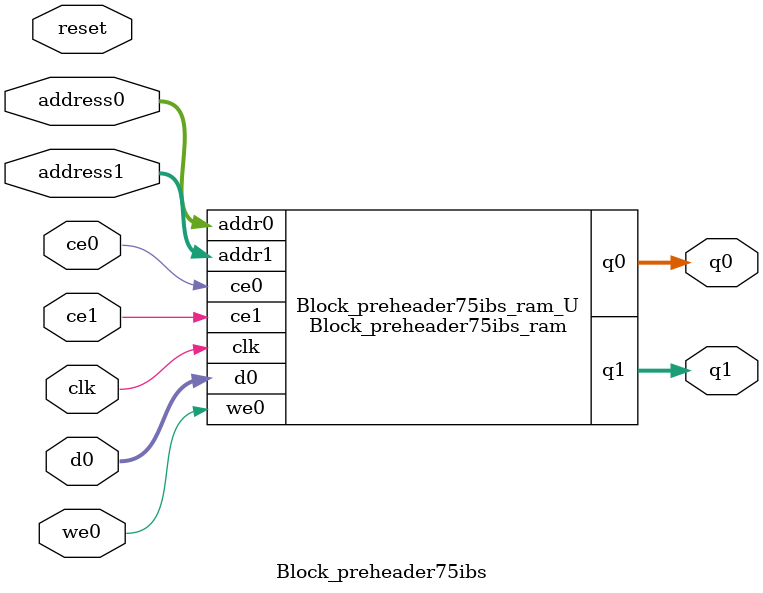
<source format=v>
`timescale 1 ns / 1 ps
module Block_preheader75ibs_ram (addr0, ce0, d0, we0, q0, addr1, ce1, q1,  clk);

parameter DWIDTH = 5;
parameter AWIDTH = 20;
parameter MEM_SIZE = 819200;

input[AWIDTH-1:0] addr0;
input ce0;
input[DWIDTH-1:0] d0;
input we0;
output reg[DWIDTH-1:0] q0;
input[AWIDTH-1:0] addr1;
input ce1;
output reg[DWIDTH-1:0] q1;
input clk;

(* ram_style = "block" *)reg [DWIDTH-1:0] ram[0:MEM_SIZE-1];




always @(posedge clk)  
begin 
    if (ce0) begin
        if (we0) 
            ram[addr0] <= d0; 
        q0 <= ram[addr0];
    end
end


always @(posedge clk)  
begin 
    if (ce1) begin
        q1 <= ram[addr1];
    end
end


endmodule

`timescale 1 ns / 1 ps
module Block_preheader75ibs(
    reset,
    clk,
    address0,
    ce0,
    we0,
    d0,
    q0,
    address1,
    ce1,
    q1);

parameter DataWidth = 32'd5;
parameter AddressRange = 32'd819200;
parameter AddressWidth = 32'd20;
input reset;
input clk;
input[AddressWidth - 1:0] address0;
input ce0;
input we0;
input[DataWidth - 1:0] d0;
output[DataWidth - 1:0] q0;
input[AddressWidth - 1:0] address1;
input ce1;
output[DataWidth - 1:0] q1;



Block_preheader75ibs_ram Block_preheader75ibs_ram_U(
    .clk( clk ),
    .addr0( address0 ),
    .ce0( ce0 ),
    .we0( we0 ),
    .d0( d0 ),
    .q0( q0 ),
    .addr1( address1 ),
    .ce1( ce1 ),
    .q1( q1 ));

endmodule


</source>
